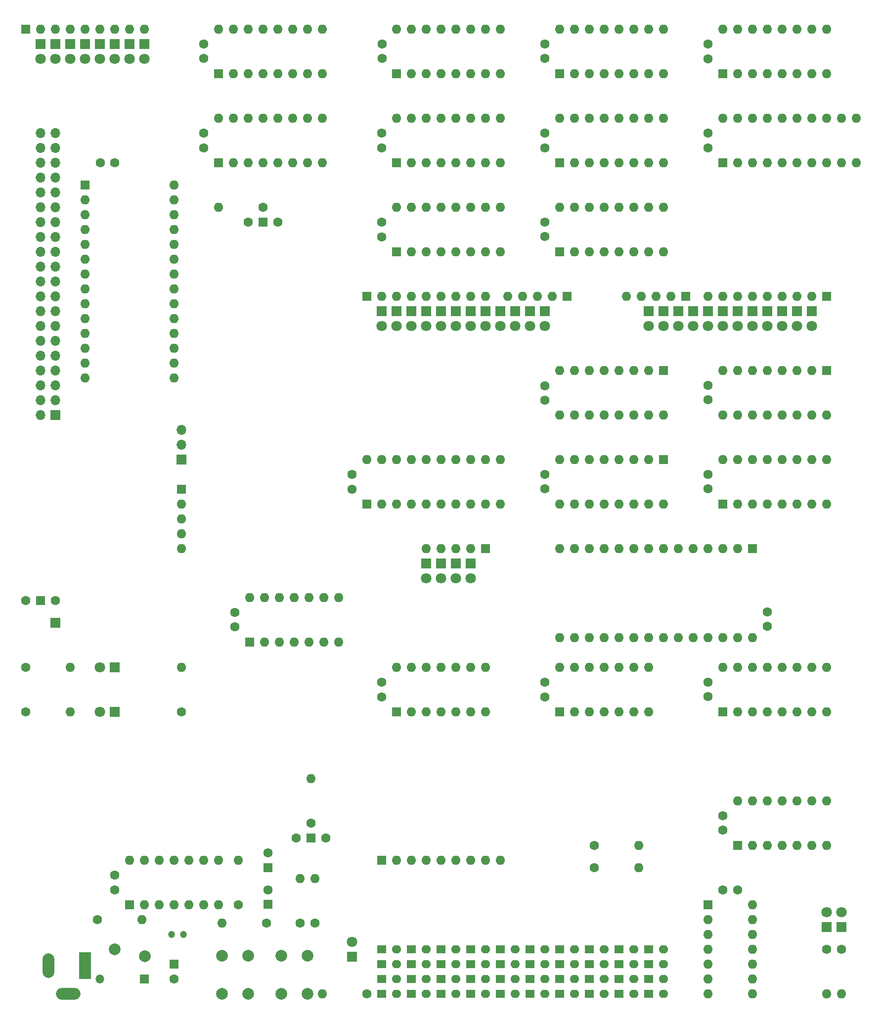
<source format=gts>
G04 #@! TF.GenerationSoftware,KiCad,Pcbnew,8.0.8*
G04 #@! TF.CreationDate,2025-02-23T11:14:02+09:00*
G04 #@! TF.ProjectId,HC4_KiCad,4843345f-4b69-4436-9164-2e6b69636164,1.0*
G04 #@! TF.SameCoordinates,Original*
G04 #@! TF.FileFunction,Soldermask,Top*
G04 #@! TF.FilePolarity,Negative*
%FSLAX46Y46*%
G04 Gerber Fmt 4.6, Leading zero omitted, Abs format (unit mm)*
G04 Created by KiCad (PCBNEW 8.0.8) date 2025-02-23 11:14:02*
%MOMM*%
%LPD*%
G01*
G04 APERTURE LIST*
%ADD10C,1.600000*%
%ADD11O,1.600000X1.600000*%
%ADD12R,1.800000X1.800000*%
%ADD13C,1.800000*%
%ADD14R,1.600000X1.600000*%
%ADD15O,1.600000X1.400000*%
%ADD16R,1.600000X1.400000*%
%ADD17R,1.700000X1.700000*%
%ADD18O,1.700000X1.700000*%
%ADD19O,4.200000X2.000000*%
%ADD20O,2.000000X4.200000*%
%ADD21R,2.000000X4.600000*%
%ADD22R,1.500000X1.500000*%
%ADD23C,2.000000*%
%ADD24C,2.010000*%
%ADD25O,1.500000X1.500000*%
%ADD26C,1.200000*%
G04 APERTURE END LIST*
D10*
X30480000Y-147320000D03*
D11*
X38100000Y-147320000D03*
D10*
X30480000Y-139700000D03*
D11*
X38100000Y-139700000D03*
D12*
X45720000Y-147320000D03*
D13*
X43180000Y-147320000D03*
D12*
X45720000Y-139700000D03*
D13*
X43180000Y-139700000D03*
D12*
X86400000Y-189230000D03*
D13*
X86400000Y-186690000D03*
D12*
X114340000Y-78740000D03*
D13*
X114340000Y-81280000D03*
D12*
X116880000Y-78740000D03*
D13*
X116880000Y-81280000D03*
D12*
X167680000Y-184155000D03*
D13*
X167680000Y-181615000D03*
D12*
X109260000Y-78740000D03*
D13*
X109260000Y-81280000D03*
D12*
X101640000Y-121920000D03*
D13*
X101640000Y-124460000D03*
D12*
X111800000Y-78740000D03*
D13*
X111800000Y-81280000D03*
D12*
X40680000Y-33020000D03*
D13*
X40680000Y-35560000D03*
D12*
X165140000Y-78740000D03*
D13*
X165140000Y-81280000D03*
D12*
X99100000Y-121960000D03*
D13*
X99100000Y-124500000D03*
D12*
X99100000Y-78740000D03*
D13*
X99100000Y-81280000D03*
D12*
X144820000Y-78740000D03*
D13*
X144820000Y-81280000D03*
D12*
X170220000Y-184150000D03*
D13*
X170220000Y-181610000D03*
D12*
X160060000Y-78740000D03*
D13*
X160060000Y-81280000D03*
D12*
X50840000Y-33060000D03*
D13*
X50840000Y-35600000D03*
D12*
X157520000Y-78740000D03*
D13*
X157520000Y-81280000D03*
D12*
X48300000Y-33020000D03*
D13*
X48300000Y-35560000D03*
D12*
X33060000Y-33065000D03*
D13*
X33060000Y-35605000D03*
D12*
X43220000Y-33020000D03*
D13*
X43220000Y-35560000D03*
D12*
X106720000Y-78740000D03*
D13*
X106720000Y-81280000D03*
D12*
X142280000Y-78740000D03*
D13*
X142280000Y-81280000D03*
D12*
X139740000Y-78740000D03*
D13*
X139740000Y-81280000D03*
D12*
X162600000Y-78740000D03*
D13*
X162600000Y-81280000D03*
D12*
X35600000Y-33020000D03*
D13*
X35600000Y-35560000D03*
D12*
X96560000Y-78740000D03*
D13*
X96560000Y-81280000D03*
D12*
X154980000Y-78740000D03*
D13*
X154980000Y-81280000D03*
D12*
X94020000Y-78740000D03*
D13*
X94020000Y-81280000D03*
D12*
X104180000Y-78740000D03*
D13*
X104180000Y-81280000D03*
D12*
X104180000Y-121920000D03*
D13*
X104180000Y-124460000D03*
D12*
X101640000Y-78740000D03*
D13*
X101640000Y-81280000D03*
D12*
X106720000Y-121920000D03*
D13*
X106720000Y-124460000D03*
D12*
X119420000Y-78740000D03*
D13*
X119420000Y-81280000D03*
D12*
X45760000Y-33020000D03*
D13*
X45760000Y-35560000D03*
D12*
X147360000Y-78740000D03*
D13*
X147360000Y-81280000D03*
D12*
X91480000Y-78740000D03*
D13*
X91480000Y-81280000D03*
D12*
X149900000Y-78740000D03*
D13*
X149900000Y-81280000D03*
D12*
X38140000Y-33020000D03*
D13*
X38140000Y-35560000D03*
D12*
X137200000Y-78740000D03*
D13*
X137200000Y-81280000D03*
D12*
X152440000Y-78740000D03*
D13*
X152440000Y-81280000D03*
D11*
X77470000Y-175895000D03*
D10*
X77470000Y-183515000D03*
D11*
X66910000Y-172720000D03*
D10*
X66910000Y-180340000D03*
D11*
X57150000Y-139700000D03*
D10*
X57150000Y-147320000D03*
D11*
X154980000Y-134620000D03*
X152440000Y-134620000D03*
X149900000Y-134620000D03*
X147360000Y-134620000D03*
X144820000Y-134620000D03*
X142280000Y-134620000D03*
X139740000Y-134620000D03*
X137200000Y-134620000D03*
X134660000Y-134620000D03*
X132120000Y-134620000D03*
X129580000Y-134620000D03*
X127040000Y-134620000D03*
X124500000Y-134620000D03*
X121960000Y-134620000D03*
X121960000Y-119380000D03*
X124500000Y-119380000D03*
X127040000Y-119380000D03*
X129580000Y-119380000D03*
X132120000Y-119380000D03*
X134660000Y-119380000D03*
X137200000Y-119380000D03*
X139740000Y-119380000D03*
X142280000Y-119380000D03*
X144820000Y-119380000D03*
X147360000Y-119380000D03*
X149900000Y-119380000D03*
X152440000Y-119380000D03*
D14*
X154980000Y-119380000D03*
D15*
X139740000Y-187960000D03*
D16*
X137200000Y-187960000D03*
D15*
X139740000Y-193040000D03*
D16*
X137200000Y-193040000D03*
D15*
X134660000Y-193040000D03*
D16*
X132120000Y-193040000D03*
D11*
X149900000Y-104140000D03*
X152440000Y-104140000D03*
X154980000Y-104140000D03*
X157520000Y-104140000D03*
X160060000Y-104140000D03*
X162600000Y-104140000D03*
X165140000Y-104140000D03*
X167680000Y-104140000D03*
X167680000Y-111760000D03*
X165140000Y-111760000D03*
X162600000Y-111760000D03*
X160060000Y-111760000D03*
X157520000Y-111760000D03*
X154980000Y-111760000D03*
X152440000Y-111760000D03*
D14*
X149900000Y-111760000D03*
D15*
X114340000Y-187960000D03*
D16*
X111800000Y-187960000D03*
D15*
X114340000Y-193040000D03*
D16*
X111800000Y-193040000D03*
D17*
X35560000Y-132080000D03*
D15*
X124500000Y-190500000D03*
D16*
X121960000Y-190500000D03*
D10*
X119420000Y-50800000D03*
X119420000Y-48300000D03*
X119420000Y-66000000D03*
X119420000Y-63500000D03*
D11*
X94020000Y-45760000D03*
X96560000Y-45760000D03*
X99100000Y-45760000D03*
X101640000Y-45760000D03*
X104180000Y-45760000D03*
X106720000Y-45760000D03*
X109260000Y-45760000D03*
X111800000Y-45760000D03*
X111800000Y-53380000D03*
X109260000Y-53380000D03*
X106720000Y-53380000D03*
X104180000Y-53380000D03*
X101640000Y-53380000D03*
X99100000Y-53380000D03*
X96560000Y-53380000D03*
D14*
X94020000Y-53380000D03*
D10*
X55920000Y-193040000D03*
D14*
X55920000Y-190540000D03*
D15*
X99100000Y-193040000D03*
D16*
X96560000Y-193040000D03*
D15*
X94020000Y-187960000D03*
D16*
X91480000Y-187960000D03*
D18*
X57190000Y-99060000D03*
X57190000Y-101600000D03*
D17*
X57190000Y-104140000D03*
D19*
X37780000Y-195580000D03*
D20*
X34380000Y-190780000D03*
D21*
X40680000Y-190780000D03*
D11*
X149900000Y-139700000D03*
X152440000Y-139700000D03*
X154980000Y-139700000D03*
X157520000Y-139700000D03*
X160060000Y-139700000D03*
X162600000Y-139700000D03*
X165140000Y-139700000D03*
X167680000Y-139700000D03*
X167680000Y-147320000D03*
X165140000Y-147320000D03*
X162600000Y-147320000D03*
X160060000Y-147320000D03*
X157520000Y-147320000D03*
X154980000Y-147320000D03*
X152440000Y-147320000D03*
D14*
X149900000Y-147320000D03*
D11*
X152440000Y-162560000D03*
X154980000Y-162560000D03*
X157520000Y-162560000D03*
X160060000Y-162560000D03*
X162600000Y-162560000D03*
X165140000Y-162560000D03*
X167680000Y-162560000D03*
X167680000Y-170180000D03*
X165140000Y-170180000D03*
X162600000Y-170180000D03*
X160060000Y-170180000D03*
X157520000Y-170180000D03*
X154980000Y-170180000D03*
D14*
X152440000Y-170180000D03*
D15*
X129580000Y-193040000D03*
D16*
X127040000Y-193040000D03*
D11*
X147360000Y-76200000D03*
X149900000Y-76200000D03*
X152440000Y-76200000D03*
X154980000Y-76200000D03*
X157520000Y-76200000D03*
X160060000Y-76200000D03*
X162600000Y-76200000D03*
X165140000Y-76200000D03*
D14*
X167680000Y-76200000D03*
D15*
X139740000Y-195580000D03*
D16*
X137200000Y-195580000D03*
D10*
X81915000Y-168910000D03*
X76835000Y-168910000D03*
D22*
X79375000Y-168910000D03*
D15*
X99100000Y-195580000D03*
D16*
X96560000Y-195580000D03*
D10*
X71990000Y-171490000D03*
D14*
X71990000Y-173990000D03*
D18*
X33060000Y-48260000D03*
X35600000Y-48260000D03*
X33060000Y-50800000D03*
X35600000Y-50800000D03*
X33060000Y-53340000D03*
X35600000Y-53340000D03*
X33060000Y-55880000D03*
X35600000Y-55880000D03*
X33060000Y-58420000D03*
X35600000Y-58420000D03*
X33060000Y-60960000D03*
X35600000Y-60960000D03*
X33060000Y-63500000D03*
X35600000Y-63500000D03*
X33060000Y-66040000D03*
X35600000Y-66040000D03*
X33060000Y-68580000D03*
X35600000Y-68580000D03*
X33060000Y-71120000D03*
X35600000Y-71120000D03*
X33060000Y-73660000D03*
X35600000Y-73660000D03*
X33060000Y-76200000D03*
X35600000Y-76200000D03*
X33060000Y-78740000D03*
X35600000Y-78740000D03*
X33060000Y-81280000D03*
X35600000Y-81280000D03*
X33060000Y-83820000D03*
X35600000Y-83820000D03*
X33060000Y-86360000D03*
X35600000Y-86360000D03*
X33060000Y-88900000D03*
X35600000Y-88900000D03*
X33060000Y-91440000D03*
X35600000Y-91440000D03*
X33060000Y-93980000D03*
X35600000Y-93980000D03*
X33060000Y-96520000D03*
D17*
X35600000Y-96520000D03*
D10*
X147360000Y-35560000D03*
X147360000Y-33060000D03*
D11*
X109260000Y-76200000D03*
X106720000Y-76200000D03*
X104180000Y-76200000D03*
X101640000Y-76200000D03*
X99100000Y-76200000D03*
X96560000Y-76200000D03*
X94020000Y-76200000D03*
X91480000Y-76200000D03*
D14*
X88940000Y-76200000D03*
D15*
X134660000Y-190500000D03*
D16*
X132120000Y-190500000D03*
D10*
X68580000Y-63500000D03*
X73660000Y-63500000D03*
D22*
X71120000Y-63500000D03*
D11*
X139740000Y-96560000D03*
X137200000Y-96560000D03*
X134660000Y-96560000D03*
X132120000Y-96560000D03*
X129580000Y-96560000D03*
X127040000Y-96560000D03*
X124500000Y-96560000D03*
X121960000Y-96560000D03*
X121960000Y-88940000D03*
X124500000Y-88940000D03*
X127040000Y-88940000D03*
X129580000Y-88940000D03*
X132120000Y-88940000D03*
X134660000Y-88940000D03*
X137200000Y-88940000D03*
D14*
X139740000Y-88940000D03*
D10*
X43260000Y-53340000D03*
X45760000Y-53340000D03*
X91480000Y-144780000D03*
X91480000Y-142280000D03*
D11*
X94020000Y-61000000D03*
X96560000Y-61000000D03*
X99100000Y-61000000D03*
X101640000Y-61000000D03*
X104180000Y-61000000D03*
X106720000Y-61000000D03*
X109260000Y-61000000D03*
X111800000Y-61000000D03*
X111800000Y-68620000D03*
X109260000Y-68620000D03*
X106720000Y-68620000D03*
X104180000Y-68620000D03*
X101640000Y-68620000D03*
X99100000Y-68620000D03*
X96560000Y-68620000D03*
D14*
X94020000Y-68620000D03*
D11*
X68874000Y-127762000D03*
X71414000Y-127762000D03*
X73954000Y-127762000D03*
X76494000Y-127762000D03*
X79034000Y-127762000D03*
X81574000Y-127762000D03*
X84114000Y-127762000D03*
X84114000Y-135382000D03*
X81574000Y-135382000D03*
X79034000Y-135382000D03*
X76494000Y-135382000D03*
X73954000Y-135382000D03*
X71414000Y-135382000D03*
D14*
X68874000Y-135382000D03*
D10*
X149900000Y-177800000D03*
X152400000Y-177800000D03*
D23*
X64120000Y-195580000D03*
X64120000Y-189080000D03*
X68620000Y-195580000D03*
X68620000Y-189080000D03*
D10*
X61000000Y-35520000D03*
X61000000Y-33020000D03*
D15*
X139740000Y-190500000D03*
D16*
X137200000Y-190500000D03*
D15*
X134660000Y-195580000D03*
D16*
X132120000Y-195580000D03*
D10*
X119420000Y-144780000D03*
X119420000Y-142280000D03*
D15*
X119420000Y-193040000D03*
D16*
X116880000Y-193040000D03*
D11*
X170220000Y-195580000D03*
D10*
X170220000Y-187960000D03*
D15*
X104180000Y-195580000D03*
D16*
X101640000Y-195580000D03*
D11*
X79375000Y-158750000D03*
D10*
X79375000Y-166370000D03*
D11*
X81320000Y-195580000D03*
D10*
X88940000Y-195580000D03*
D11*
X57190000Y-119380000D03*
X57190000Y-116840000D03*
X57190000Y-114300000D03*
X57190000Y-111760000D03*
D14*
X57190000Y-109220000D03*
D11*
X135490000Y-170180000D03*
D10*
X127870000Y-170180000D03*
D15*
X109260000Y-190500000D03*
D16*
X106720000Y-190500000D03*
D10*
X157520000Y-132695000D03*
X157520000Y-130195000D03*
D15*
X104180000Y-190500000D03*
D16*
X101640000Y-190500000D03*
D15*
X99100000Y-187960000D03*
D16*
X96560000Y-187960000D03*
D10*
X147360000Y-144740000D03*
X147360000Y-142240000D03*
D11*
X63540000Y-45720000D03*
X66080000Y-45720000D03*
X68620000Y-45720000D03*
X71160000Y-45720000D03*
X73700000Y-45720000D03*
X76240000Y-45720000D03*
X78780000Y-45720000D03*
X81320000Y-45720000D03*
X81320000Y-53340000D03*
X78780000Y-53340000D03*
X76240000Y-53340000D03*
X73700000Y-53340000D03*
X71160000Y-53340000D03*
X68620000Y-53340000D03*
X66080000Y-53340000D03*
D14*
X63540000Y-53340000D03*
D15*
X119420000Y-190500000D03*
D16*
X116880000Y-190500000D03*
D11*
X94020000Y-30520000D03*
X96560000Y-30520000D03*
X99100000Y-30520000D03*
X101640000Y-30520000D03*
X104180000Y-30520000D03*
X106720000Y-30520000D03*
X109260000Y-30520000D03*
X111800000Y-30520000D03*
X111800000Y-38140000D03*
X109260000Y-38140000D03*
X106720000Y-38140000D03*
X104180000Y-38140000D03*
X101640000Y-38140000D03*
X99100000Y-38140000D03*
X96560000Y-38140000D03*
D14*
X94020000Y-38140000D03*
D11*
X139740000Y-111800000D03*
X137200000Y-111800000D03*
X134660000Y-111800000D03*
X132120000Y-111800000D03*
X129580000Y-111800000D03*
X127040000Y-111800000D03*
X124500000Y-111800000D03*
X121960000Y-111800000D03*
X121960000Y-104180000D03*
X124500000Y-104180000D03*
X127040000Y-104180000D03*
X129580000Y-104180000D03*
X132120000Y-104180000D03*
X134660000Y-104180000D03*
X137200000Y-104180000D03*
D14*
X139740000Y-104180000D03*
D15*
X129580000Y-187960000D03*
D16*
X127040000Y-187960000D03*
D11*
X154980000Y-180340000D03*
X154980000Y-182880000D03*
X154980000Y-185420000D03*
X154980000Y-187960000D03*
X154980000Y-190500000D03*
X154980000Y-193040000D03*
X154980000Y-195580000D03*
X147360000Y-195580000D03*
X147360000Y-193040000D03*
X147360000Y-190500000D03*
X147360000Y-187960000D03*
X147360000Y-185420000D03*
X147360000Y-182880000D03*
D14*
X147360000Y-180340000D03*
D15*
X109260000Y-187960000D03*
D16*
X106720000Y-187960000D03*
D10*
X149900000Y-167600000D03*
X149900000Y-165100000D03*
X30480000Y-128270000D03*
X35560000Y-128270000D03*
D22*
X33020000Y-128270000D03*
D11*
X167680000Y-96520000D03*
X165140000Y-96520000D03*
X162600000Y-96520000D03*
X160060000Y-96520000D03*
X157520000Y-96520000D03*
X154980000Y-96520000D03*
X152440000Y-96520000D03*
X149900000Y-96520000D03*
X149900000Y-88900000D03*
X152440000Y-88900000D03*
X154980000Y-88900000D03*
X157520000Y-88900000D03*
X160060000Y-88900000D03*
X162600000Y-88900000D03*
X165140000Y-88900000D03*
D14*
X167680000Y-88900000D03*
D11*
X167680000Y-195580000D03*
D10*
X167680000Y-187960000D03*
D15*
X124500000Y-187960000D03*
D16*
X121960000Y-187960000D03*
D11*
X149900000Y-45760000D03*
X152440000Y-45760000D03*
X154980000Y-45760000D03*
X157520000Y-45760000D03*
X160060000Y-45760000D03*
X162600000Y-45760000D03*
X165140000Y-45760000D03*
X167680000Y-45760000D03*
X170220000Y-45760000D03*
X172760000Y-45760000D03*
X172760000Y-53380000D03*
X170220000Y-53380000D03*
X167680000Y-53380000D03*
X165140000Y-53380000D03*
X162600000Y-53380000D03*
X160060000Y-53380000D03*
X157520000Y-53380000D03*
X154980000Y-53380000D03*
X152440000Y-53380000D03*
D14*
X149900000Y-53380000D03*
D11*
X121960000Y-45760000D03*
X124500000Y-45760000D03*
X127040000Y-45760000D03*
X129580000Y-45760000D03*
X132120000Y-45760000D03*
X134660000Y-45760000D03*
X137200000Y-45760000D03*
X139740000Y-45760000D03*
X139740000Y-53380000D03*
X137200000Y-53380000D03*
X134660000Y-53380000D03*
X132120000Y-53380000D03*
X129580000Y-53380000D03*
X127040000Y-53380000D03*
X124500000Y-53380000D03*
D14*
X121960000Y-53380000D03*
D15*
X124500000Y-193040000D03*
D16*
X121960000Y-193040000D03*
D10*
X61000000Y-50800000D03*
X61000000Y-48300000D03*
X91480000Y-66040000D03*
X91480000Y-63540000D03*
D15*
X104180000Y-193040000D03*
D16*
X101640000Y-193040000D03*
D15*
X109260000Y-195580000D03*
D16*
X106720000Y-195580000D03*
D11*
X113070000Y-76200000D03*
X115610000Y-76200000D03*
X118150000Y-76200000D03*
X120690000Y-76200000D03*
D14*
X123230000Y-76200000D03*
D11*
X80010000Y-175895000D03*
D10*
X80010000Y-183515000D03*
D11*
X48300000Y-172720000D03*
X50840000Y-172720000D03*
X53380000Y-172720000D03*
X55920000Y-172720000D03*
X58460000Y-172720000D03*
X61000000Y-172720000D03*
X63540000Y-172720000D03*
X63540000Y-180340000D03*
X61000000Y-180340000D03*
X58460000Y-180340000D03*
X55920000Y-180340000D03*
X53380000Y-180340000D03*
X50840000Y-180340000D03*
D14*
X48300000Y-180340000D03*
D10*
X147360000Y-50800000D03*
X147360000Y-48300000D03*
D11*
X94020000Y-139700000D03*
X96560000Y-139700000D03*
X99100000Y-139700000D03*
X101640000Y-139700000D03*
X104180000Y-139700000D03*
X106720000Y-139700000D03*
X109260000Y-139700000D03*
X109260000Y-147320000D03*
X106720000Y-147320000D03*
X104180000Y-147320000D03*
X101640000Y-147320000D03*
X99100000Y-147320000D03*
X96560000Y-147320000D03*
D14*
X94020000Y-147320000D03*
D11*
X50840000Y-30480000D03*
X48300000Y-30480000D03*
X45760000Y-30480000D03*
X43220000Y-30480000D03*
X40680000Y-30480000D03*
X38140000Y-30480000D03*
X35600000Y-30480000D03*
X33060000Y-30480000D03*
D14*
X30520000Y-30480000D03*
D15*
X104180000Y-187960000D03*
D16*
X101640000Y-187960000D03*
D11*
X55920000Y-57160000D03*
X55920000Y-59700000D03*
X55920000Y-62240000D03*
X55920000Y-64780000D03*
X55920000Y-67320000D03*
X55920000Y-69860000D03*
X55920000Y-72400000D03*
X55920000Y-74940000D03*
X55920000Y-77480000D03*
X55920000Y-80020000D03*
X55920000Y-82560000D03*
X55920000Y-85100000D03*
X55920000Y-87640000D03*
X55920000Y-90180000D03*
X40680000Y-90180000D03*
X40680000Y-87640000D03*
X40680000Y-85100000D03*
X40680000Y-82560000D03*
X40680000Y-80020000D03*
X40680000Y-77480000D03*
X40680000Y-74940000D03*
X40680000Y-72400000D03*
X40680000Y-69860000D03*
X40680000Y-67320000D03*
X40680000Y-64780000D03*
X40680000Y-62240000D03*
X40680000Y-59700000D03*
D14*
X40680000Y-57160000D03*
D15*
X119420000Y-195580000D03*
D16*
X116880000Y-195580000D03*
D15*
X124500000Y-195580000D03*
D16*
X121960000Y-195580000D03*
D11*
X64135000Y-183515000D03*
D10*
X71755000Y-183515000D03*
X119420000Y-35520000D03*
X119420000Y-33020000D03*
D15*
X114340000Y-190500000D03*
D16*
X111800000Y-190500000D03*
D11*
X121960000Y-30480000D03*
X124500000Y-30480000D03*
X127040000Y-30480000D03*
X129580000Y-30480000D03*
X132120000Y-30480000D03*
X134660000Y-30480000D03*
X137200000Y-30480000D03*
X139740000Y-30480000D03*
X139740000Y-38100000D03*
X137200000Y-38100000D03*
X134660000Y-38100000D03*
X132120000Y-38100000D03*
X129580000Y-38100000D03*
X127040000Y-38100000D03*
X124500000Y-38100000D03*
D14*
X121960000Y-38100000D03*
D10*
X86400000Y-109220000D03*
X86400000Y-106720000D03*
D15*
X99100000Y-190500000D03*
D16*
X96560000Y-190500000D03*
D10*
X119420000Y-91520000D03*
X119420000Y-94020000D03*
X147360000Y-109180000D03*
X147360000Y-106680000D03*
D11*
X88940000Y-104140000D03*
X91480000Y-104140000D03*
X94020000Y-104140000D03*
X96560000Y-104140000D03*
X99100000Y-104140000D03*
X101640000Y-104140000D03*
X104180000Y-104140000D03*
X106720000Y-104140000D03*
X109260000Y-104140000D03*
X111800000Y-104140000D03*
X111800000Y-111760000D03*
X109260000Y-111760000D03*
X106720000Y-111760000D03*
X104180000Y-111760000D03*
X101640000Y-111760000D03*
X99100000Y-111760000D03*
X96560000Y-111760000D03*
X94020000Y-111760000D03*
X91480000Y-111760000D03*
D14*
X88940000Y-111760000D03*
D11*
X111800000Y-172720000D03*
X109260000Y-172720000D03*
X106720000Y-172720000D03*
X104180000Y-172720000D03*
X101640000Y-172720000D03*
X99100000Y-172720000D03*
X96560000Y-172720000D03*
X94020000Y-172720000D03*
D14*
X91480000Y-172720000D03*
D11*
X63540000Y-60960000D03*
D10*
X71160000Y-60960000D03*
D15*
X109260000Y-193040000D03*
D16*
X106720000Y-193040000D03*
D11*
X121960000Y-139700000D03*
X124500000Y-139700000D03*
X127040000Y-139700000D03*
X129580000Y-139700000D03*
X132120000Y-139700000D03*
X134660000Y-139700000D03*
X137200000Y-139700000D03*
X137200000Y-147320000D03*
X134660000Y-147320000D03*
X132120000Y-147320000D03*
X129580000Y-147320000D03*
X127040000Y-147320000D03*
X124500000Y-147320000D03*
D14*
X121960000Y-147320000D03*
D15*
X94020000Y-193040000D03*
D16*
X91480000Y-193040000D03*
D24*
X50860000Y-189160000D03*
X45760000Y-187960000D03*
D15*
X119420000Y-187960000D03*
D16*
X116880000Y-187960000D03*
D10*
X119420000Y-109180000D03*
X119420000Y-106680000D03*
D15*
X94020000Y-190500000D03*
D16*
X91480000Y-190500000D03*
D11*
X99100000Y-119420000D03*
X101640000Y-119420000D03*
X104180000Y-119420000D03*
X106720000Y-119420000D03*
D14*
X109260000Y-119420000D03*
D10*
X91480000Y-50800000D03*
X91480000Y-48300000D03*
D23*
X74280000Y-195580000D03*
X74280000Y-189080000D03*
X78780000Y-195580000D03*
X78780000Y-189080000D03*
D15*
X129580000Y-195580000D03*
D16*
X127040000Y-195580000D03*
D10*
X147360000Y-91440000D03*
X147360000Y-93940000D03*
D15*
X94020000Y-195580000D03*
D16*
X91480000Y-195580000D03*
D15*
X114340000Y-195580000D03*
D16*
X111800000Y-195580000D03*
D11*
X133390000Y-76200000D03*
X135930000Y-76200000D03*
X138470000Y-76200000D03*
X141010000Y-76200000D03*
D14*
X143550000Y-76200000D03*
D10*
X66334000Y-132802000D03*
X66334000Y-130302000D03*
X45760000Y-177800000D03*
X45760000Y-175300000D03*
D11*
X149900000Y-30510000D03*
X152440000Y-30510000D03*
X154980000Y-30510000D03*
X157520000Y-30510000D03*
X160060000Y-30510000D03*
X162600000Y-30510000D03*
X165140000Y-30510000D03*
X167680000Y-30510000D03*
X167680000Y-38130000D03*
X165140000Y-38130000D03*
X162600000Y-38130000D03*
X160060000Y-38130000D03*
X157520000Y-38130000D03*
X154980000Y-38130000D03*
X152440000Y-38130000D03*
D14*
X149900000Y-38130000D03*
D25*
X43220000Y-193040000D03*
D22*
X50840000Y-193040000D03*
D10*
X71990000Y-177800000D03*
D14*
X71990000Y-180300000D03*
D11*
X50400000Y-182880000D03*
D10*
X42780000Y-182880000D03*
X91490000Y-35520000D03*
X91490000Y-33020000D03*
D15*
X129580000Y-190500000D03*
D16*
X127040000Y-190500000D03*
D11*
X63540000Y-30480000D03*
X66080000Y-30480000D03*
X68620000Y-30480000D03*
X71160000Y-30480000D03*
X73700000Y-30480000D03*
X76240000Y-30480000D03*
X78780000Y-30480000D03*
X81320000Y-30480000D03*
X81320000Y-38100000D03*
X78780000Y-38100000D03*
X76240000Y-38100000D03*
X73700000Y-38100000D03*
X71160000Y-38100000D03*
X68620000Y-38100000D03*
X66080000Y-38100000D03*
D14*
X63540000Y-38100000D03*
D11*
X121960000Y-61000000D03*
X124500000Y-61000000D03*
X127040000Y-61000000D03*
X129580000Y-61000000D03*
X132120000Y-61000000D03*
X134660000Y-61000000D03*
X137200000Y-61000000D03*
X139740000Y-61000000D03*
X139740000Y-68620000D03*
X137200000Y-68620000D03*
X134660000Y-68620000D03*
X132120000Y-68620000D03*
X129580000Y-68620000D03*
X127040000Y-68620000D03*
X124500000Y-68620000D03*
D14*
X121960000Y-68620000D03*
D11*
X135490000Y-173990000D03*
D10*
X127870000Y-173990000D03*
D15*
X134660000Y-187960000D03*
D16*
X132120000Y-187960000D03*
D26*
X57480000Y-185420000D03*
X55480000Y-185420000D03*
M02*

</source>
